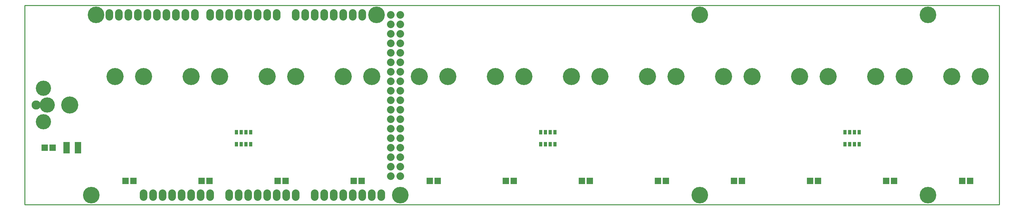
<source format=gts>
G04 (created by PCBNEW (2013-jul-07)-stable) date Fri 01 Aug 2014 03:38:15 PM EDT*
%MOIN*%
G04 Gerber Fmt 3.4, Leading zero omitted, Abs format*
%FSLAX34Y34*%
G01*
G70*
G90*
G04 APERTURE LIST*
%ADD10C,0.00590551*%
%ADD11C,0.009*%
%ADD12C,0.175*%
%ADD13O,0.08X0.12*%
%ADD14C,0.08*%
%ADD15C,0.18*%
%ADD16R,0.036X0.049*%
%ADD17C,0.096*%
%ADD18C,0.16*%
%ADD19R,0.067X0.067*%
%ADD20R,0.07X0.12*%
G04 APERTURE END LIST*
G54D10*
G54D11*
X110000Y-29000D02*
X7500Y-29000D01*
X110000Y-50000D02*
X110000Y-29000D01*
X7500Y-50000D02*
X110000Y-50000D01*
X7500Y-29000D02*
X7500Y-50000D01*
G54D12*
X14500Y-49000D03*
X15000Y-30000D03*
X47000Y-49000D03*
X44500Y-30000D03*
G54D13*
X20000Y-49000D03*
X21000Y-49000D03*
X22000Y-49000D03*
X23000Y-49000D03*
X24000Y-49000D03*
X25000Y-49000D03*
X26000Y-49000D03*
X27000Y-49000D03*
X29000Y-49000D03*
X30000Y-49000D03*
X31000Y-49000D03*
X32000Y-49000D03*
X33000Y-49000D03*
X34000Y-49000D03*
X35000Y-49000D03*
X36000Y-49000D03*
X38000Y-49000D03*
X39000Y-49000D03*
X40000Y-49000D03*
X41000Y-49000D03*
X42000Y-49000D03*
X43000Y-49000D03*
X44000Y-49000D03*
X45000Y-49000D03*
X16400Y-30000D03*
X17400Y-30000D03*
X18400Y-30000D03*
X19400Y-30000D03*
X20400Y-30000D03*
X21400Y-30000D03*
X22400Y-30000D03*
X23400Y-30000D03*
X24400Y-30000D03*
X25400Y-30000D03*
X27000Y-30000D03*
X34000Y-30000D03*
X33000Y-30000D03*
X32000Y-30000D03*
X31000Y-30000D03*
X30000Y-30000D03*
X29000Y-30000D03*
X28000Y-30000D03*
X36000Y-30000D03*
X37000Y-30000D03*
X38000Y-30000D03*
X39000Y-30000D03*
X40000Y-30000D03*
X41000Y-30000D03*
X42000Y-30000D03*
X43000Y-30000D03*
G54D14*
X46000Y-30000D03*
X47000Y-30000D03*
X46000Y-31000D03*
X47000Y-31000D03*
X46000Y-32000D03*
X47000Y-32000D03*
X46000Y-33000D03*
X47000Y-33000D03*
X46000Y-34000D03*
X47000Y-34000D03*
X46000Y-35000D03*
X47000Y-35000D03*
X46000Y-36000D03*
X47000Y-36000D03*
X46000Y-37000D03*
X47000Y-37000D03*
X46000Y-38000D03*
X47000Y-38000D03*
X46000Y-39000D03*
X47000Y-39000D03*
X46000Y-40000D03*
X47000Y-40000D03*
X46000Y-41000D03*
X47000Y-41000D03*
X46000Y-42000D03*
X47000Y-42000D03*
X46000Y-43000D03*
X47000Y-43000D03*
X46000Y-44000D03*
X47000Y-44000D03*
X46000Y-45000D03*
X47000Y-45000D03*
X46000Y-46000D03*
X47000Y-46000D03*
X46000Y-47000D03*
X47000Y-47000D03*
G54D15*
X89000Y-36500D03*
X92000Y-36500D03*
X97000Y-36500D03*
X100000Y-36500D03*
X105000Y-36500D03*
X108000Y-36500D03*
G54D16*
X93750Y-43640D03*
X94250Y-43640D03*
X94750Y-43640D03*
X95250Y-43640D03*
X95250Y-42360D03*
X94750Y-42360D03*
X94250Y-42360D03*
X93750Y-42360D03*
X61750Y-43640D03*
X62250Y-43640D03*
X62750Y-43640D03*
X63250Y-43640D03*
X63250Y-42360D03*
X62750Y-42360D03*
X62250Y-42360D03*
X61750Y-42360D03*
X29750Y-43640D03*
X30250Y-43640D03*
X30750Y-43640D03*
X31250Y-43640D03*
X31250Y-42360D03*
X30750Y-42360D03*
X30250Y-42360D03*
X29750Y-42360D03*
G54D15*
X73000Y-36500D03*
X76000Y-36500D03*
X65000Y-36500D03*
X68000Y-36500D03*
X49000Y-36500D03*
X52000Y-36500D03*
X57000Y-36500D03*
X60000Y-36500D03*
X81000Y-36500D03*
X84000Y-36500D03*
X25000Y-36500D03*
X28000Y-36500D03*
X17000Y-36500D03*
X20000Y-36500D03*
X33000Y-36500D03*
X36000Y-36500D03*
X41000Y-36500D03*
X44000Y-36500D03*
G54D17*
X8680Y-39500D03*
G54D18*
X9860Y-39500D03*
G54D15*
X12220Y-39500D03*
G54D18*
X9470Y-41270D03*
X9470Y-37730D03*
G54D19*
X66915Y-47500D03*
X66085Y-47500D03*
X50915Y-47500D03*
X50085Y-47500D03*
X58915Y-47500D03*
X58085Y-47500D03*
X82915Y-47500D03*
X82085Y-47500D03*
X42915Y-47500D03*
X42085Y-47500D03*
X74915Y-47500D03*
X74085Y-47500D03*
X34915Y-47500D03*
X34085Y-47500D03*
X18915Y-47500D03*
X18085Y-47500D03*
X26915Y-47500D03*
X26085Y-47500D03*
X10415Y-44000D03*
X9585Y-44000D03*
X90915Y-47500D03*
X90085Y-47500D03*
X106915Y-47500D03*
X106085Y-47500D03*
X98915Y-47500D03*
X98085Y-47500D03*
G54D20*
X13100Y-44000D03*
X11900Y-44000D03*
G54D12*
X78500Y-49000D03*
X78500Y-30000D03*
X102500Y-49000D03*
X102500Y-30000D03*
M02*

</source>
